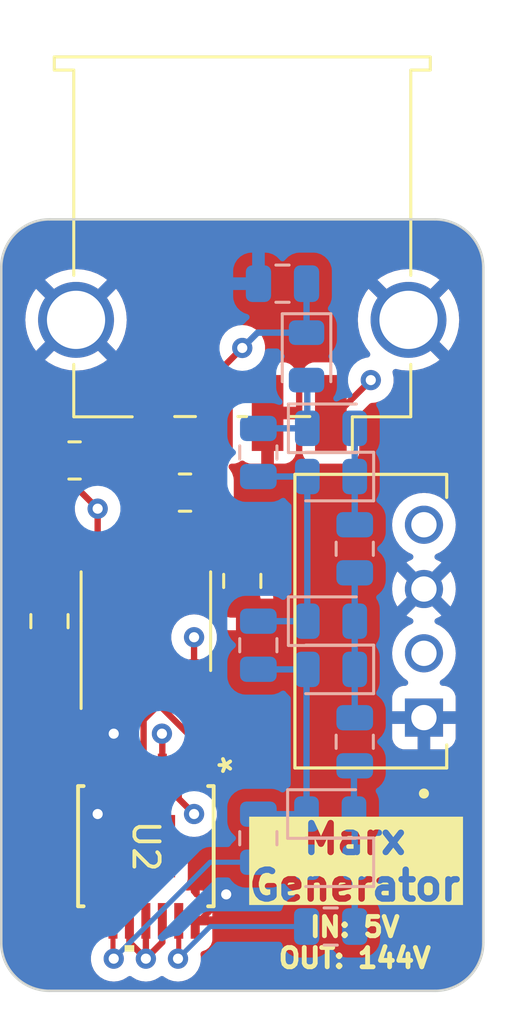
<source format=kicad_pcb>
(kicad_pcb (version 20221018) (generator pcbnew)
  (title_block (title "Marx Generator") (date "2024-03-13") (rev "0.1") (company "Adam Sher"))
  (layers (0 "F.Cu" signal) (1 "In1.Cu" signal) (2 "In2.Cu" signal) (31 "B.Cu" signal) (34 "B.Paste" user) (35 "F.Paste" user) (36 "B.SilkS" user "B.Silkscreen") (37 "F.SilkS" user "F.Silkscreen") (38 "B.Mask" user) (39 "F.Mask" user) (44 "Edge.Cuts" user))
  (net 0 "")
  (net 1 "/Oscillator/OSC+")
  (net 2 "Net-(D1-K)")
  (net 3 "/Oscillator/OSC-")
  (net 4 "Net-(D2-K)")
  (net 5 "Net-(D3-K)")
  (net 6 "Net-(D4-K)")
  (net 7 "Net-(D5-K)")
  (net 8 "Net-(D6-K)")
  (net 9 "/BOOST")
  (net 10 "GND")
  (net 11 "Net-(U1-CV)")
  (net 12 "/Oscillator/TRIG")
  (net 13 "+5V")
  (net 14 "Net-(U1-DIS)")
  (net 15 "/Oscillator/CLK")
  (net 16 "+24V")
  (footprint "Resistor_SMD:R_0805_2012Metric" (layer "F.Cu") (at 146.9625 99.695)
    (fp_text reference "R2" hide)
    (fp_text value "100K")
    (fp_line (start -0.227064 -0.735) (end 0.227064 -0.735) (stroke (width 0.12)) (layer "F.SilkS"))
    (fp_line (start -0.227064 0.735) (end 0.227064 0.735) (stroke (width 0.12)) (layer "F.SilkS"))
    (pad "1" smd roundrect (at -0.9125 0) (size 1.025 1.4) (layers "F.Cu" "F.Paste" "F.Mask") (roundrect_rratio 0.243902) (net 14 "Net-(U1-DIS)"))
    (pad "2" smd roundrect (at 0.9125 0) (size 1.025 1.4) (layers "F.Cu" "F.Paste" "F.Mask") (roundrect_rratio 0.243902) (net 12 "/Oscillator/TRIG"))
  )
  (footprint "Package_SO:SOIC-8_3.9x4.9mm_P1.27mm" (layer "F.Cu") (at 145.415 104.775 90)
    (fp_text reference "U1" hide)
    (fp_text value "NA555D")
    (fp_line (start 0 -2.56) (end -3.45 -2.56) (stroke (width 0.12)) (layer "F.SilkS"))
    (fp_line (start 0 -2.56) (end 1.95 -2.56) (stroke (width 0.12)) (layer "F.SilkS"))
    (fp_line (start 0 2.56) (end -1.95 2.56) (stroke (width 0.12)) (layer "F.SilkS"))
    (fp_line (start 0 2.56) (end 1.95 2.56) (stroke (width 0.12)) (layer "F.SilkS"))
    (pad "1" smd roundrect (at -2.475 -1.905 90) (size 1.95 0.6) (layers "F.Cu" "F.Paste" "F.Mask") (net 10 "GND"))
    (pad "2" smd roundrect (at -2.475 -0.635 90) (size 1.95 0.6) (layers "F.Cu" "F.Paste" "F.Mask") (net 12 "/Oscillator/TRIG"))
    (pad "3" smd roundrect (at -2.475 0.635 90) (size 1.95 0.6) (layers "F.Cu" "F.Paste" "F.Mask") (net 15 "/Oscillator/CLK"))
    (pad "4" smd roundrect (at -2.475 1.905 90) (size 1.95 0.6) (layers "F.Cu" "F.Paste" "F.Mask") (net 13 "+5V"))
    (pad "5" smd roundrect (at 2.475 1.905 90) (size 1.95 0.6) (layers "F.Cu" "F.Paste" "F.Mask") (net 11 "Net-(U1-CV)"))
    (pad "6" smd roundrect (at 2.475 0.635 90) (size 1.95 0.6) (layers "F.Cu" "F.Paste" "F.Mask") (net 12 "/Oscillator/TRIG"))
    (pad "7" smd roundrect (at 2.475 -0.635 90) (size 1.95 0.6) (layers "F.Cu" "F.Paste" "F.Mask") (net 14 "Net-(U1-DIS)"))
    (pad "8" smd roundrect (at 2.475 -1.905 90) (size 1.95 0.6) (layers "F.Cu" "F.Paste" "F.Mask") (net 13 "+5V"))
  )
  (footprint "Connector_USB:USB_A_TE_292303-7_Horizontal" (layer "F.Cu") (at 149.225 90.17 180)
    (fp_text reference "J1" hide)
    (fp_text value "USB_A")
    (fp_line (start -7.43 7.17) (end -7.43 7.69) (stroke (width 0.12)) (layer "F.SilkS"))
    (fp_line (start -7.43 7.69) (end 7.43 7.69) (stroke (width 0.12)) (layer "F.SilkS"))
    (fp_line (start -6.66 -6.53) (end -6.66 -4.46) (stroke (width 0.12)) (layer "F.SilkS"))
    (fp_line (start -6.66 -6.53) (end -4.35 -6.53) (stroke (width 0.12)) (layer "F.SilkS"))
    (fp_line (start -6.66 7.17) (end -7.43 7.17) (stroke (width 0.12)) (layer "F.SilkS"))
    (fp_line (start -6.66 7.17) (end -6.66 -0.94) (stroke (width 0.12)) (layer "F.SilkS"))
    (fp_line (start -4.35 -7.82) (end -4.35 -6.53) (stroke (width 0.12)) (layer "F.SilkS"))
    (fp_line (start -2.67 -6.52) (end -1.85 -6.52) (stroke (width 0.12)) (layer "F.SilkS"))
    (fp_line (start -0.17 -6.52) (end 0.17 -6.52) (stroke (width 0.12)) (layer "F.SilkS"))
    (fp_line (start 1.85 -6.52) (end 2.67 -6.52) (stroke (width 0.12)) (layer "F.SilkS"))
    (fp_line (start 4.35 -6.53) (end 6.66 -6.53) (stroke (width 0.12)) (layer "F.SilkS"))
    (fp_line (start 6.66 -6.53) (end 6.66 -4.46) (stroke (width 0.12)) (layer "F.SilkS"))
    (fp_line (start 6.66 -0.94) (end 6.66 7.17) (stroke (width 0.12)) (layer "F.SilkS"))
    (fp_line (start 7.43 7.17) (end 6.66 7.17) (stroke (width 0.12)) (layer "F.SilkS"))
    (fp_line (start 7.43 7.69) (end 7.43 7.17) (stroke (width 0.12)) (layer "F.SilkS"))
    (pad "1" smd rect (at -3.5 -6.38 180) (size 1.25 3) (layers "F.Cu" "F.Paste" "F.Mask") (net 13 "+5V"))
    (pad "2" smd rect (at -1 -6.38 180) (size 1.25 3) (layers "F.Cu" "F.Paste" "F.Mask") (net 10 "GND"))
    (pad "3" smd rect (at 1 -6.38 180) (size 1.25 3) (layers "F.Cu" "F.Paste" "F.Mask") (net 9 "/BOOST"))
    (pad "4" smd rect (at 3.5 -6.38 180) (size 1.25 3) (layers "F.Cu" "F.Paste" "F.Mask") (net 10 "GND"))
    (pad "5" thru_hole circle (at -6.57 -2.7 180) (size 3 3) (drill 2.3) (layers "*.Cu" "*.Mask") (net 10 "GND"))
    (pad "5" thru_hole circle (at 6.57 -2.7 180) (size 3 3) (drill 2.3) (layers "*.Cu" "*.Mask") (net 10 "GND"))
  )
  (footprint "Capacitor_SMD:C_0805_2012Metric" (layer "F.Cu") (at 141.605 104.775 90)
    (fp_text reference "C9" hide)
    (fp_text value "27n")
    (fp_line (start -0.261252 -0.735) (end 0.261252 -0.735) (stroke (width 0.12)) (layer "F.SilkS"))
    (fp_line (start -0.261252 0.735) (end 0.261252 0.735) (stroke (width 0.12)) (layer "F.SilkS"))
    (pad "1" smd roundrect (at -0.95 0 90) (size 1 1.45) (layers "F.Cu" "F.Paste" "F.Mask") (net 10 "GND"))
    (pad "2" smd roundrect (at 0.95 0 90) (size 1 1.45) (layers "F.Cu" "F.Paste" "F.Mask") (net 12 "/Oscillator/TRIG"))
  )
  (footprint "Capacitor_SMD:C_0805_2012Metric" (layer "F.Cu") (at 149.225 103.185 -90)
    (fp_text reference "C8" hide)
    (fp_text value "10n")
    (fp_line (start -0.261252 -0.735) (end 0.261252 -0.735) (stroke (width 0.12)) (layer "F.SilkS"))
    (fp_line (start -0.261252 0.735) (end 0.261252 0.735) (stroke (width 0.12)) (layer "F.SilkS"))
    (pad "1" smd roundrect (at -0.95 0 270) (size 1 1.45) (layers "F.Cu" "F.Paste" "F.Mask") (net 11 "Net-(U1-CV)"))
    (pad "2" smd roundrect (at 0.95 0 270) (size 1 1.45) (layers "F.Cu" "F.Paste" "F.Mask") (net 10 "GND"))
  )
  (footprint "Resistor_SMD:R_0805_2012Metric" (layer "F.Cu") (at 142.5975 98.425)
    (fp_text reference "R1" hide)
    (fp_text value "1K")
    (fp_line (start -0.227064 -0.735) (end 0.227064 -0.735) (stroke (width 0.12)) (layer "F.SilkS"))
    (fp_line (start -0.227064 0.735) (end 0.227064 0.735) (stroke (width 0.12)) (layer "F.SilkS"))
    (pad "1" smd roundrect (at -0.9125 0) (size 1.025 1.4) (layers "F.Cu" "F.Paste" "F.Mask") (roundrect_rratio 0.243902) (net 13 "+5V"))
    (pad "2" smd roundrect (at 0.9125 0) (size 1.025 1.4) (layers "F.Cu" "F.Paste" "F.Mask") (roundrect_rratio 0.243902) (net 14 "Net-(U1-DIS)"))
  )
  (footprint "footprints:CONV_PDSE1-S5-S24-S" (layer "F.Cu") (at 154.305 104.775 90)
    (fp_text reference "VR1" hide)
    (fp_text value "PDSE1-S5-S24-S")
    (fp_line (start -5.8 -3) (end -5.8 3) (stroke (width 0.127)) (layer "F.SilkS"))
    (fp_line (start -4.89 3) (end -5.8 3) (stroke (width 0.127)) (layer "F.SilkS"))
    (fp_line (start 5.8 -3) (end -5.8 -3) (stroke (width 0.127)) (layer "F.SilkS"))
    (fp_line (start 5.8 3) (end 4.89 3) (stroke (width 0.127)) (layer "F.SilkS"))
    (fp_line (start 5.8 3) (end 5.8 -3) (stroke (width 0.127)) (layer "F.SilkS"))
    (fp_circle (center -6.81 2.1) (end -6.71 2.1) (stroke (width 0.2)) (fill none) (layer "F.SilkS"))
    (pad "1" thru_hole rect (at -3.81 2.1 90) (size 1.508 1.508) (drill 1) (layers "*.Cu" "*.Mask") (net 10 "GND"))
    (pad "2" thru_hole circle (at -1.27 2.1 90) (size 1.508 1.508) (drill 1) (layers "*.Cu" "*.Mask") (net 13 "+5V"))
    (pad "3" thru_hole circle (at 1.27 2.1 90) (size 1.508 1.508) (drill 1) (layers "*.Cu" "*.Mask") (net 10 "GND"))
    (pad "4" thru_hole circle (at 3.81 2.1 90) (size 1.508 1.508) (drill 1) (layers "*.Cu" "*.Mask") (net 16 "+24V"))
  )
  (footprint "footprints:ALM2403QPWPRQ1_TEX" (layer "F.Cu") (at 145.415 113.665 -90)
    (fp_text reference "U2" (at 0 0 -90 unlocked) (layer "F.SilkS"))
    (fp_text value "ALM2403QPWPRQ1")
    (fp_text user "*" (at -3.205749 -3.4486 90) (layer "F.SilkS"))
    (fp_line (start -2.3749 -2.6797) (end -2.3749 -2.460541) (stroke (width 0.1524)) (layer "F.SilkS"))
    (fp_line (start -2.3749 2.460539) (end -2.3749 2.6797) (stroke (width 0.1524)) (layer "F.SilkS"))
    (fp_line (start -2.3749 2.6797) (end 2.3749 2.6797) (stroke (width 0.1524)) (layer "F.SilkS"))
    (fp_line (start 2.3749 -2.6797) (end -2.3749 -2.6797) (stroke (width 0.1524)) (layer "F.SilkS"))
    (fp_line (start 2.3749 -2.460539) (end 2.3749 -2.6797) (stroke (width 0.1524)) (layer "F.SilkS"))
    (fp_line (start 2.3749 2.6797) (end 2.3749 2.460541) (stroke (width 0.1524)) (layer "F.SilkS"))
    (fp_poly (pts (xy 4.163598 0.459499) (xy 4.163598 0.840499) (xy 3.909598 0.840499) (xy 3.909598 0.459499)) (fill solid) (layer "F.SilkS"))
    (pad "1" smd rect (at -2.951749 -1.950001 270) (size 1.4077 0.3556) (layers "F.Cu" "F.Paste" "F.Mask") (net 15 "/Oscillator/CLK"))
    (pad "2" smd rect (at -2.951749 -1.3 270) (size 1.4077 0.3556) (layers "F.Cu" "F.Paste" "F.Mask") (net 13 "+5V"))
    (pad "3" smd rect (at -2.951749 -0.649999 270) (size 1.4077 0.3556) (layers "F.Cu" "F.Paste" "F.Mask") (net 16 "+24V"))
    (pad "4" smd rect (at -2.951749 0 270) (size 1.4077 0.3556) (layers "F.Cu" "F.Paste" "F.Mask") (net 15 "/Oscillator/CLK"))
    (pad "5" smd rect (at -2.951749 0.649999 270) (size 1.4077 0.3556) (layers "F.Cu" "F.Paste" "F.Mask") (net 10 "GND"))
    (pad "6" smd rect (at -2.951749 1.3 270) (size 1.4077 0.3556) (layers "F.Cu" "F.Paste" "F.Mask") (net 10 "GND"))
    (pad "7" smd rect (at -2.951749 1.949999 270) (size 1.4077 0.3556) (layers "F.Cu" "F.Paste" "F.Mask"))
    (pad "8" smd rect (at 2.951749 1.950001 270) (size 1.4077 0.3556) (layers "F.Cu" "F.Paste" "F.Mask"))
    (pad "9" smd rect (at 2.951749 1.3 270) (size 1.4077 0.3556) (layers "F.Cu" "F.Paste" "F.Mask") (net 3 "/Oscillator/OSC-"))
    (pad "10" smd rect (at 2.951749 0.650001 270) (size 1.4077 0.3556) (layers "F.Cu" "F.Paste" "F.Mask") (net 16 "+24V"))
    (pad "11" smd rect (at 2.951749 0 270) (size 1.4077 0.3556) (layers "F.Cu" "F.Paste" "F.Mask") (net 16 "+24V"))
    (pad "12" smd rect (at 2.951749 -0.649999 270) (size 1.4077 0.3556) (layers "F.Cu" "F.Paste" "F.Mask") (net 16 "+24V"))
    (pad "13" smd rect (at 2.951749 -1.3 270) (size 1.4077 0.3556) (layers "F.Cu" "F.Paste" "F.Mask") (net 1 "/Oscillator/OSC+"))
    (pad "14" smd rect (at 2.951749 -1.949999 270) (size 1.4077 0.3556) (layers "F.Cu" "F.Paste" "F.Mask") (net 10 "GND"))
    (pad "EPAD" smd rect (at 0 0 270) (size 2.4638 2.3114) (layers "F.Cu" "F.Paste" "F.Mask"))
  )
  (footprint "Capacitor_SMD:C_0805_2012Metric" (layer "B.Cu") (at 149.86 113.35 90)
    (fp_text reference "C2" hide)
    (fp_text value "10u")
    (fp_line (start -0.261252 -0.735) (end 0.261252 -0.735) (stroke (width 0.12)) (layer "B.SilkS"))
    (fp_line (start -0.261252 0.735) (end 0.261252 0.735) (stroke (width 0.12)) (layer "B.SilkS"))
    (pad "1" smd roundrect (at -0.95 0 90) (size 1 1.45) (layers "B.Cu" "B.Paste" "B.Mask") (net 3 "/Oscillator/OSC-"))
    (pad "2" smd roundrect (at 0.95 0 90) (size 1 1.45) (layers "B.Cu" "B.Paste" "B.Mask") (net 4 "Net-(D2-K)"))
  )
  (footprint "Capacitor_SMD:C_0805_2012Metric" (layer "B.Cu") (at 149.86 98.11 90)
    (fp_text reference "C6" hide)
    (fp_text value "10u")
    (fp_line (start -0.261252 -0.735) (end 0.261252 -0.735) (stroke (width 0.12)) (layer "B.SilkS"))
    (fp_line (start -0.261252 0.735) (end 0.261252 0.735) (stroke (width 0.12)) (layer "B.SilkS"))
    (pad "1" smd roundrect (at -0.95 0 90) (size 1 1.45) (layers "B.Cu" "B.Paste" "B.Mask") (net 6 "Net-(D4-K)"))
    (pad "2" smd roundrect (at 0.95 0 90) (size 1 1.45) (layers "B.Cu" "B.Paste" "B.Mask") (net 8 "Net-(D6-K)"))
  )
  (footprint "Diode_SMD:D_0805_2012Metric" (layer "B.Cu") (at 152.7025 112.395)
    (fp_text reference "D2" hide)
    (fp_text value "D_Schottky")
    (fp_line (start -1.685 -0.96) (end 1 -0.96) (stroke (width 0.12)) (layer "B.SilkS"))
    (fp_line (start -1.685 0.96) (end -1.685 -0.96) (stroke (width 0.12)) (layer "B.SilkS"))
    (fp_line (start 1 0.96) (end -1.685 0.96) (stroke (width 0.12)) (layer "B.SilkS"))
    (pad "1" smd roundrect (at -0.9375 0) (size 0.975 1.4) (layers "B.Cu" "B.Paste" "B.Mask") (net 4 "Net-(D2-K)"))
    (pad "2" smd roundrect (at 0.9375 0) (size 0.975 1.4) (layers "B.Cu" "B.Paste" "B.Mask") (net 2 "Net-(D1-K)"))
  )
  (footprint "Diode_SMD:D_0805_2012Metric" (layer "B.Cu") (at 152.7325 114.3 180)
    (fp_text reference "D1" hide)
    (fp_text value "D_Schottky")
    (fp_line (start -1.685 -0.96) (end 1 -0.96) (stroke (width 0.12)) (layer "B.SilkS"))
    (fp_line (start -1.685 0.96) (end -1.685 -0.96) (stroke (width 0.12)) (layer "B.SilkS"))
    (fp_line (start 1 0.96) (end -1.685 0.96) (stroke (width 0.12)) (layer "B.SilkS"))
    (pad "1" smd roundrect (at -0.9375 0 180) (size 0.975 1.4) (layers "B.Cu" "B.Paste" "B.Mask") (net 2 "Net-(D1-K)"))
    (pad "2" smd roundrect (at 0.9375 0 180) (size 0.975 1.4) (layers "B.Cu" "B.Paste" "B.Mask") (net 3 "/Oscillator/OSC-"))
  )
  (footprint "Diode_SMD:D_0805_2012Metric" (layer "B.Cu") (at 152.7325 106.68 180)
    (fp_text reference "D3" hide)
    (fp_text value "D_Schottky")
    (fp_line (start -1.685 -0.96) (end 1 -0.96) (stroke (width 0.12)) (layer "B.SilkS"))
    (fp_line (start -1.685 0.96) (end -1.685 -0.96) (stroke (width 0.12)) (layer "B.SilkS"))
    (fp_line (start 1 0.96) (end -1.685 0.96) (stroke (width 0.12)) (layer "B.SilkS"))
    (pad "1" smd roundrect (at -0.9375 0 180) (size 0.975 1.4) (layers "B.Cu" "B.Paste" "B.Mask") (net 5 "Net-(D3-K)"))
    (pad "2" smd roundrect (at 0.9375 0 180) (size 0.975 1.4) (layers "B.Cu" "B.Paste" "B.Mask") (net 4 "Net-(D2-K)"))
  )
  (footprint "Diode_SMD:D_0805_2012Metric" (layer "B.Cu") (at 151.765 94.3125 -90)
    (fp_text reference "D7" hide)
    (fp_text value "D_Schottky")
    (fp_line (start -1.685 -0.96) (end 1 -0.96) (stroke (width 0.12)) (layer "B.SilkS"))
    (fp_line (start -1.685 0.96) (end -1.685 -0.96) (stroke (width 0.12)) (layer "B.SilkS"))
    (fp_line (start 1 0.96) (end -1.685 0.96) (stroke (width 0.12)) (layer "B.SilkS"))
    (pad "1" smd roundrect (at -0.9375 0 270) (size 0.975 1.4) (layers "B.Cu" "B.Paste" "B.Mask") (net 9 "/BOOST"))
    (pad "2" smd roundrect (at 0.9375 0 270) (size 0.975 1.4) (layers "B.Cu" "B.Paste" "B.Mask") (net 8 "Net-(D6-K)"))
  )
  (footprint "Diode_SMD:D_0805_2012Metric" (layer "B.Cu") (at 152.7325 99.06 180)
    (fp_text reference "D5" hide)
    (fp_text value "D_Schottky")
    (fp_line (start -1.685 -0.96) (end 1 -0.96) (stroke (width 0.12)) (layer "B.SilkS"))
    (fp_line (start -1.685 0.96) (end -1.685 -0.96) (stroke (width 0.12)) (layer "B.SilkS"))
    (fp_line (start 1 0.96) (end -1.685 0.96) (stroke (width 0.12)) (layer "B.SilkS"))
    (pad "1" smd roundrect (at -0.9375 0 180) (size 0.975 1.4) (layers "B.Cu" "B.Paste" "B.Mask") (net 7 "Net-(D5-K)"))
    (pad "2" smd roundrect (at 0.9375 0 180) (size 0.975 1.4) (layers "B.Cu" "B.Paste" "B.Mask") (net 6 "Net-(D4-K)"))
  )
  (footprint "Capacitor_SMD:C_0805_2012Metric" (layer "B.Cu") (at 150.815 91.44 180)
    (fp_text reference "C7" hide)
    (fp_text value "10u")
    (fp_line (start -0.261252 -0.735) (end 0.261252 -0.735) (stroke (width 0.12)) (layer "B.SilkS"))
    (fp_line (start -0.261252 0.735) (end 0.261252 0.735) (stroke (width 0.12)) (layer "B.SilkS"))
    (pad "1" smd roundrect (at -0.95 0 180) (size 1 1.45) (layers "B.Cu" "B.Paste" "B.Mask") (net 9 "/BOOST"))
    (pad "2" smd roundrect (at 0.95 0 180) (size 1 1.45) (layers "B.Cu" "B.Paste" "B.Mask") (net 10 "GND"))
  )
  (footprint "Capacitor_SMD:C_0805_2012Metric" (layer "B.Cu") (at 149.86 105.725 90)
    (fp_text reference "C4" hide)
    (fp_text value "10u")
    (fp_line (start -0.261252 -0.735) (end 0.261252 -0.735) (stroke (width 0.12)) (layer "B.SilkS"))
    (fp_line (start -0.261252 0.735) (end 0.261252 0.735) (stroke (width 0.12)) (layer "B.SilkS"))
    (pad "1" smd roundrect (at -0.95 0 90) (size 1 1.45) (layers "B.Cu" "B.Paste" "B.Mask") (net 4 "Net-(D2-K)"))
    (pad "2" smd roundrect (at 0.95 0 90) (size 1 1.45) (layers "B.Cu" "B.Paste" "B.Mask") (net 6 "Net-(D4-K)"))
  )
  (footprint "Diode_SMD:D_0805_2012Metric" (layer "B.Cu") (at 152.7325 104.775)
    (fp_text reference "D4" hide)
    (fp_text value "D_Schottky")
    (fp_line (start -1.685 -0.96) (end 1 -0.96) (stroke (width 0.12)) (layer "B.SilkS"))
    (fp_line (start -1.685 0.96) (end -1.685 -0.96) (stroke (width 0.12)) (layer "B.SilkS"))
    (fp_line (start 1 0.96) (end -1.685 0.96) (stroke (width 0.12)) (layer "B.SilkS"))
    (pad "1" smd roundrect (at -0.9375 0) (size 0.975 1.4) (layers "B.Cu" "B.Paste" "B.Mask") (net 6 "Net-(D4-K)"))
    (pad "2" smd roundrect (at 0.9375 0) (size 0.975 1.4) (layers "B.Cu" "B.Paste" "B.Mask") (net 5 "Net-(D3-K)"))
  )
  (footprint "Diode_SMD:D_0805_2012Metric" (layer "B.Cu") (at 152.7325 97.155)
    (fp_text reference "D6" hide)
    (fp_text value "D_Schottky")
    (fp_line (start -1.685 -0.96) (end 1 -0.96) (stroke (width 0.12)) (layer "B.SilkS"))
    (fp_line (start -1.685 0.96) (end -1.685 -0.96) (stroke (width 0.12)) (layer "B.SilkS"))
    (fp_line (start 1 0.96) (end -1.685 0.96) (stroke (width 0.12)) (layer "B.SilkS"))
    (pad "1" smd roundrect (at -0.9375 0) (size 0.975 1.4) (layers "B.Cu" "B.Paste" "B.Mask") (net 8 "Net-(D6-K)"))
    (pad "2" smd roundrect (at 0.9375 0) (size 0.975 1.4) (layers "B.Cu" "B.Paste" "B.Mask") (net 7 "Net-(D5-K)"))
  )
  (footprint "Capacitor_SMD:C_0805_2012Metric" (layer "B.Cu") (at 153.67 101.915 90)
    (fp_text reference "C5" hide)
    (fp_text value "10u")
    (fp_line (start -0.261252 -0.735) (end 0.261252 -0.735) (stroke (width 0.12)) (layer "B.SilkS"))
    (fp_line (start -0.261252 0.735) (end 0.261252 0.735) (stroke (width 0.12)) (layer "B.SilkS"))
    (pad "1" smd roundrect (at -0.95 0 90) (size 1 1.45) (layers "B.Cu" "B.Paste" "B.Mask") (net 5 "Net-(D3-K)"))
    (pad "2" smd roundrect (at 0.95 0 90) (size 1 1.45) (layers "B.Cu" "B.Paste" "B.Mask") (net 7 "Net-(D5-K)"))
  )
  (footprint "Capacitor_SMD:C_0805_2012Metric" (layer "B.Cu") (at 152.72 116.84)
    (fp_text reference "C1" hide)
    (fp_text value "10u")
    (fp_line (start -0.261252 -0.735) (end 0.261252 -0.735) (stroke (width 0.12)) (layer "B.SilkS"))
    (fp_line (start -0.261252 0.735) (end 0.261252 0.735) (stroke (width 0.12)) (layer "B.SilkS"))
    (pad "1" smd roundrect (at -0.95 0) (size 1 1.45) (layers "B.Cu" "B.Paste" "B.Mask") (net 1 "/Oscillator/OSC+"))
    (pad "2" smd roundrect (at 0.95 0) (size 1 1.45) (layers "B.Cu" "B.Paste" "B.Mask") (net 2 "Net-(D1-K)"))
  )
  (footprint "Capacitor_SMD:C_0805_2012Metric" (layer "B.Cu") (at 153.67 109.54 90)
    (fp_text reference "C3" hide)
    (fp_text value "10u")
    (fp_line (start -0.261252 -0.735) (end 0.261252 -0.735) (stroke (width 0.12)) (layer "B.SilkS"))
    (fp_line (start -0.261252 0.735) (end 0.261252 0.735) (stroke (width 0.12)) (layer "B.SilkS"))
    (pad "1" smd roundrect (at -0.95 0 90) (size 1 1.45) (layers "B.Cu" "B.Paste" "B.Mask") (net 2 "Net-(D1-K)"))
    (pad "2" smd roundrect (at 0.95 0 90) (size 1 1.45) (layers "B.Cu" "B.Paste" "B.Mask") (net 5 "Net-(D3-K)"))
  )
  (gr_arc (start 139.7 90.805) (mid 140.257962 89.457962) (end 141.605 88.9) (stroke (width 0.1)) (layer "Edge.Cuts"))
  (gr_arc (start 141.605 119.38) (mid 140.257962 118.822038) (end 139.7 117.475) (stroke (width 0.1)) (layer "Edge.Cuts"))
  (gr_arc (start 156.845 88.9) (mid 158.192038 89.457962) (end 158.75 90.805) (stroke (width 0.1)) (layer "Edge.Cuts"))
  (gr_line (start 156.845 119.38) (end 141.605 119.38) (stroke (width 0.1)) (layer "Edge.Cuts"))
  (gr_line (start 139.7 117.475) (end 139.7 90.805) (stroke (width 0.1)) (layer "Edge.Cuts"))
  (gr_arc (start 158.75 117.475) (mid 158.192038 118.822038) (end 156.845 119.38) (stroke (width 0.1)) (layer "Edge.Cuts"))
  (gr_line (start 158.75 90.805) (end 158.75 117.475) (stroke (width 0.1)) (layer "Edge.Cuts"))
  (gr_line (start 141.605 88.9) (end 156.845 88.9) (stroke (width 0.1)) (layer "Edge.Cuts"))
  (gr_text "IN: 5V\nOUT: 144V" (at 153.67 117.475) (layer "F.SilkS") (effects (font (size 0.762 0.762) (thickness 0.1905) bold)))
  (gr_text "Marx\nGenerator" (at 153.67 114.3) (layer "F.SilkS" knockout) (effects (font (size 1.143 1.143) (thickness 0.254) bold)))
  (segment (start 146.715 116.616749) (end 146.715 118.08) (width 0.2) (layer "F.Cu") (net 1))
  (segment (start 146.715 118.08) (end 146.685 118.11) (width 0.2) (layer "F.Cu") (net 1))
  (via (at 146.685 118.11) (size 0.8) (drill 0.4) (layers "F.Cu" "B.Cu") (net 1))
  (segment (start 146.685 118.11) (end 147.955 116.84) (width 0.2) (layer "B.Cu") (net 1))
  (segment (start 147.955 116.84) (end 151.77 116.84) (width 0.2) (layer "B.Cu") (net 1))
  (segment (start 153.64 112.395) (end 153.64 110.52) (width 0.25) (layer "B.Cu") (net 2))
  (segment (start 153.67 116.84) (end 153.67 114.3) (width 0.25) (layer "B.Cu") (net 2))
  (segment (start 153.67 112.425) (end 153.64 112.395) (width 0.25) (layer "B.Cu") (net 2))
  (segment (start 153.64 110.52) (end 153.67 110.49) (width 0.25) (layer "B.Cu") (net 2))
  (segment (start 153.67 114.3) (end 153.67 112.425) (width 0.25) (layer "B.Cu") (net 2))
  (segment (start 144.115 116.616749) (end 144.115 118.08) (width 0.2) (layer "F.Cu") (net 3))
  (segment (start 144.115 118.08) (end 144.145 118.11) (width 0.2) (layer "F.Cu") (net 3))
  (via (at 144.145 118.11) (size 0.8) (drill 0.4) (layers "F.Cu" "B.Cu") (net 3))
  (segment (start 149.86 114.3) (end 151.795 114.3) (width 0.2) (layer "B.Cu") (net 3))
  (segment (start 147.955 114.3) (end 149.86 114.3) (width 0.2) (layer "B.Cu") (net 3))
  (segment (start 144.145 118.11) (end 147.955 114.3) (width 0.2) (layer "B.Cu") (net 3))
  (segment (start 151.795 106.68) (end 149.865 106.68) (width 0.25) (layer "B.Cu") (net 4))
  (segment (start 151.765 112.395) (end 151.765 106.71) (width 0.25) (layer "B.Cu") (net 4))
  (segment (start 149.86 112.4) (end 151.76 112.4) (width 0.25) (layer "B.Cu") (net 4))
  (segment (start 149.865 106.68) (end 149.86 106.675) (width 0.25) (layer "B.Cu") (net 4))
  (segment (start 151.765 106.71) (end 151.795 106.68) (width 0.25) (layer "B.Cu") (net 4))
  (segment (start 151.76 112.4) (end 151.765 112.395) (width 0.25) (layer "B.Cu") (net 4))
  (segment (start 153.67 106.68) (end 153.67 104.775) (width 0.25) (layer "B.Cu") (net 5))
  (segment (start 153.67 104.775) (end 153.67 102.865) (width 0.25) (layer "B.Cu") (net 5))
  (segment (start 153.67 108.59) (end 153.67 106.68) (width 0.25) (layer "B.Cu") (net 5))
  (segment (start 151.795 104.775) (end 149.86 104.775) (width 0.25) (layer "B.Cu") (net 6))
  (segment (start 151.795 104.775) (end 151.795 99.06) (width 0.25) (layer "B.Cu") (net 6))
  (segment (start 151.795 99.06) (end 149.86 99.06) (width 0.25) (layer "B.Cu") (net 6))
  (segment (start 153.67 99.06) (end 153.67 97.155) (width 0.25) (layer "B.Cu") (net 7))
  (segment (start 153.67 100.965) (end 153.67 99.06) (width 0.25) (layer "B.Cu") (net 7))
  (segment (start 151.795 97.155) (end 149.865 97.155) (width 0.25) (layer "B.Cu") (net 8))
  (segment (start 151.795 95.28) (end 151.765 95.25) (width 0.25) (layer "B.Cu") (net 8))
  (segment (start 149.865 97.155) (end 149.86 97.16) (width 0.25) (layer "B.Cu") (net 8))
  (segment (start 151.795 97.155) (end 151.795 95.28) (width 0.25) (layer "B.Cu") (net 8))
  (segment (start 148.225 94.98) (end 148.225 96.55) (width 0.25) (layer "F.Cu") (net 9))
  (segment (start 149.225 93.98) (end 148.225 94.98) (width 0.25) (layer "F.Cu") (net 9))
  (via (at 149.225 93.98) (size 0.8) (drill 0.4) (layers "F.Cu" "B.Cu") (net 9))
  (segment (start 151.765 93.375) (end 149.83 93.375) (width 0.25) (layer "B.Cu") (net 9))
  (segment (start 151.765 93.375) (end 151.765 91.44) (width 0.25) (layer "B.Cu") (net 9))
  (segment (start 149.83 93.375) (end 149.225 93.98) (width 0.25) (layer "B.Cu") (net 9))
  (segment (start 144.765001 110.713251) (end 144.765001 111.139999) (width 0.25) (layer "F.Cu") (net 10))
  (segment (start 144.765001 110.713251) (end 144.765001 109.840001) (width 0.25) (layer "F.Cu") (net 10))
  (segment (start 147.364999 116.616749) (end 147.543251 116.616749) (width 0.25) (layer "F.Cu") (net 10))
  (segment (start 147.543251 116.616749) (end 148.59 115.57) (width 0.25) (layer "F.Cu") (net 10))
  (segment (start 144.765001 111.139999) (end 143.51 112.395) (width 0.25) (layer "F.Cu") (net 10))
  (segment (start 144.765001 109.840001) (end 144.145 109.22) (width 0.25) (layer "F.Cu") (net 10))
  (segment (start 144.115 110.713251) (end 144.115 109.25) (width 0.25) (layer "F.Cu") (net 10))
  (segment (start 144.115 110.713251) (end 144.765001 110.713251) (width 0.25) (layer "F.Cu") (net 10))
  (segment (start 144.115 109.25) (end 144.145 109.22) (width 0.25) (layer "F.Cu") (net 10))
  (via (at 148.59 115.57) (size 0.8) (drill 0.4) (layers "F.Cu" "B.Cu") (net 10))
  (via (at 143.51 112.395) (size 0.8) (drill 0.4) (layers "F.Cu" "B.Cu") (net 10))
  (via (at 144.145 109.22) (size 0.8) (drill 0.4) (layers "F.Cu" "B.Cu") (net 10))
  (segment (start 149.225 102.235) (end 147.385 102.235) (width 0.25) (layer "F.Cu") (net 11))
  (segment (start 147.385 102.235) (end 147.32 102.3) (width 0.25) (layer "F.Cu") (net 11))
  (segment (start 146.05 101.52) (end 147.875 99.695) (width 0.25) (layer "F.Cu") (net 12))
  (segment (start 146.05 102.3) (end 146.05 104.14) (width 0.25) (layer "F.Cu") (net 12))
  (segment (start 143.195 103.825) (end 141.605 103.825) (width 0.25) (layer "F.Cu") (net 12))
  (segment (start 146.05 102.3) (end 146.05 101.52) (width 0.25) (layer "F.Cu") (net 12))
  (segment (start 144.78 105.41) (end 143.195 103.825) (width 0.25) (layer "F.Cu") (net 12))
  (segment (start 146.05 104.14) (end 144.78 105.41) (width 0.25) (layer "F.Cu") (net 12))
  (segment (start 144.78 105.41) (end 144.78 107.25) (width 0.25) (layer "F.Cu") (net 12))
  (segment (start 146.715 111.79) (end 147.32 112.395) (width 0.25) (layer "F.Cu") (net 13))
  (segment (start 152.725 96.55) (end 153.005 96.55) (width 0.25) (layer "F.Cu") (net 13))
  (segment (start 152.725 96.55) (end 153.065 96.55) (width 0.25) (layer "F.Cu") (net 13))
  (segment (start 153.005 96.55) (end 154.305 95.25) (width 0.25) (layer "F.Cu") (net 13))
  (segment (start 141.685 98.425) (end 141.685 98.505) (width 0.25) (layer "F.Cu") (net 13))
  (segment (start 146.715 110.713251) (end 146.715 111.79) (width 0.25) (layer "F.Cu") (net 13))
  (segment (start 141.685 98.505) (end 143.51 100.33) (width 0.25) (layer "F.Cu") (net 13))
  (segment (start 147.32 107.25) (end 147.32 105.41) (width 0.25) (layer "F.Cu") (net 13))
  (segment (start 143.51 102.3) (end 143.51 100.33) (width 0.25) (layer "F.Cu") (net 13))
  (segment (start 156.405 106.045) (end 156.405 105.605) (width 0.25) (layer "F.Cu") (net 13))
  (via (at 143.51 100.33) (size 0.8) (drill 0.4) (layers "F.Cu" "B.Cu") (net 13))
  (via (at 147.32 112.395) (size 0.8) (drill 0.4) (layers "F.Cu" "B.Cu") (net 13))
  (via (at 147.32 105.41) (size 0.8) (drill 0.4) (layers "F.Cu" "B.Cu") (net 13))
  (via (at 154.305 95.25) (size 0.8) (drill 0.4) (layers "F.Cu" "B.Cu") (net 13))
  (segment (start 143.51 98.425) (end 144.78 99.695) (width 0.25) (layer "F.Cu") (net 14))
  (segment (start 144.78 99.695) (end 144.78 102.3) (width 0.25) (layer "F.Cu") (net 14))
  (segment (start 146.05 99.695) (end 144.78 99.695) (width 0.25) (layer "F.Cu") (net 14))
  (segment (start 147.365001 109.509696) (end 147.365001 110.713251) (width 0.25) (layer "F.Cu") (net 15))
  (segment (start 145.325 110.623251) (end 145.325 108.675) (width 0.25) (layer "F.Cu") (net 15))
  (segment (start 146.05 107.95) (end 146.05 107.25) (width 0.25) (layer "F.Cu") (net 15))
  (segment (start 146.05 108.194695) (end 147.365001 109.509696) (width 0.25) (layer "F.Cu") (net 15))
  (segment (start 146.05 107.25) (end 146.05 108.194695) (width 0.25) (layer "F.Cu") (net 15))
  (segment (start 145.325 108.675) (end 146.05 107.95) (width 0.25) (layer "F.Cu") (net 15))
  (segment (start 145.415 110.713251) (end 145.325 110.623251) (width 0.25) (layer "F.Cu") (net 15))
  (segment (start 146.064999 109.234999) (end 146.05 109.22) (width 0.25) (layer "F.Cu") (net 16))
  (segment (start 146.064999 110.713251) (end 146.064999 109.234999) (width 0.25) (layer "F.Cu") (net 16))
  (segment (start 144.764999 116.616749) (end 144.764999 117.459999) (width 0.25) (layer "F.Cu") (net 16))
  (segment (start 145.415 116.616749) (end 145.415 118.11) (width 0.25) (layer "F.Cu") (net 16))
  (segment (start 144.764999 117.459999) (end 145.415 118.11) (width 0.25) (layer "F.Cu") (net 16))
  (segment (start 146.064999 116.616749) (end 146.064999 117.460001) (width 0.25) (layer "F.Cu") (net 16))
  (segment (start 146.064999 117.460001) (end 145.415 118.11) (width 0.25) (layer "F.Cu") (net 16))
  (via (at 146.05 109.22) (size 0.8) (drill 0.4) (layers "F.Cu" "B.Cu") (net 16))
  (via (at 145.415 118.11) (size 0.8) (drill 0.4) (layers "F.Cu" "B.Cu") (net 16))
  (zone (net 10) (net_name "GND") (layers "F&B.Cu") (connect_pads (clearance 0.5)) (min_thickness 0.25) (fill yes (thermal_gap 0.5) (thermal_bridge_width 0.5))
    (polygon (pts (xy 158.75 88.9) (xy 158.75 119.38) (xy 139.7 119.38) (xy 139.7 88.9)))
  )
)
</source>
